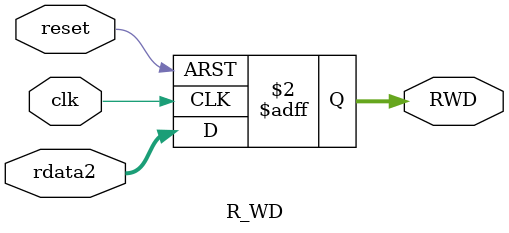
<source format=sv>
module R_WD(
    input logic clk,
    input logic reset,
    input logic [31:0]rdata2,
    output logic [31:0]RWD
);
always @(posedge clk,posedge reset)begin
    if (reset) RWD=0;
    else RWD=rdata2;
end    
endmodule
</source>
